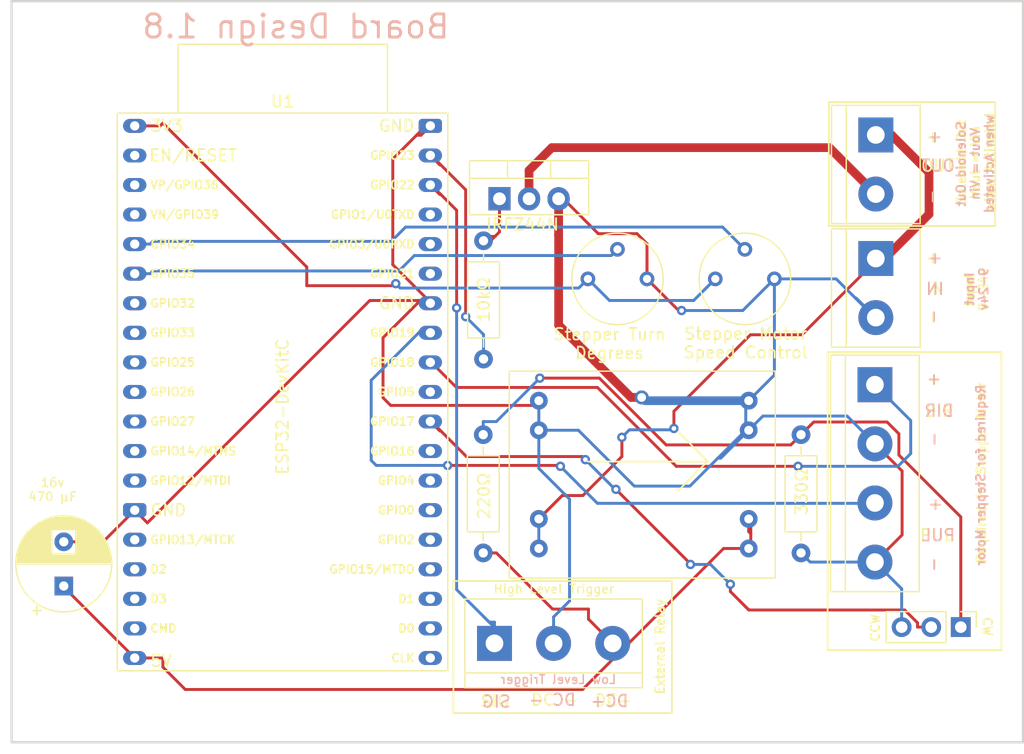
<source format=kicad_pcb>
(kicad_pcb (version 20211014) (generator pcbnew)
  (layers (0 "F.Cu" signal) (31 "B.Cu" signal) (34 "B.Paste" user) (35 "F.Paste" user) (36 "B.SilkS" user "B.Silkscreen") (37 "F.SilkS" user "F.Silkscreen") (38 "B.Mask" user) (39 "F.Mask" user) (44 "Edge.Cuts" user))
  (net 0 "")
  (net 1 "VCC")
  (net 2 "GND")
  (net 3 "DIR")
  (net 4 "PUL")
  (net 5 "+5V")
  (net 6 "Net-(Q1-Pad1)")
  (net 7 "MOSFET_GND")
  (net 8 "SPEED_POT")
  (net 12 "ANGLE_POT")
  (net 31 "Net-(SW1-Pad2)")
  (net 36 "lowActivationPin")
  (net 38 "+3V3")
  (net 39 "highActivationPin")
  (net 40 "Net-(R3-Pad2)")
  (footprint "Capacitor_THT:CP_Radial_D8.0mm_P3.80mm" (layer "F.Cu") (at 63.881 100.7357 90)
    (fp_text reference "C1" hide)
    (fp_text value "C_Polarized_Small_US")
    (pad "1" thru_hole rect (at 0 0 90) (size 1.6 1.6) (drill 0.8) (layers *.Cu *.Mask) (net 5 "+5V"))
    (pad "2" thru_hole circle (at 3.8 0 90) (size 1.6 1.6) (drill 0.8) (layers *.Cu *.Mask) (net 2 "GND"))
  )
  (footprint "TerminalBlock:TerminalBlock_bornier-3_P5.08mm" (layer "F.Cu") (at 100.8888 105.664)
    (fp_text reference "J5" hide)
    (fp_text value "Screw_Terminal_01x03")
    (pad "1" thru_hole rect (at 0 0) (size 3 3) (drill 1.52) (layers *.Cu *.Mask) (net 36 "lowActivationPin"))
    (pad "2" thru_hole circle (at 5.08 0) (size 3 3) (drill 1.52) (layers *.Cu *.Mask) (net 2 "GND"))
    (pad "3" thru_hole circle (at 10.16 0) (size 3 3) (drill 1.52) (layers *.Cu *.Mask) (net 5 "+5V"))
  )
  (footprint "Package_TO_SOT_THT:TO-220-3_Vertical" (layer "F.Cu") (at 101.3206 67.4624)
    (fp_text reference "Q1" hide)
    (fp_text value "IRFZ44N" (at 1.9812 2.2046) (layer "F.SilkS"))
    (pad "1" thru_hole rect (at 0 0) (size 1.905 2) (drill 1.1) (layers *.Cu *.Mask) (net 6 "Net-(Q1-Pad1)"))
    (pad "2" thru_hole oval (at 2.54 0) (size 1.905 2) (drill 1.1) (layers *.Cu *.Mask) (net 7 "MOSFET_GND"))
    (pad "3" thru_hole oval (at 5.08 0) (size 1.905 2) (drill 1.1) (layers *.Cu *.Mask) (net 2 "GND"))
  )
  (footprint "Converter_DCDC:DCDC_Generic-5v" (layer "F.Cu") (at 114.8588 92.4306)
    (fp_text reference "U2" hide)
    (fp_text value "Generic_5v_Module")
    (pad "1" thru_hole circle (at -10.16 -5.08) (size 1.524 1.524) (drill 0.762) (layers *.Cu *.Mask) (net 2 "GND"))
    (pad "1" thru_hole circle (at -10.16 -7.62) (size 1.524 1.524) (drill 0.762) (layers *.Cu *.Mask) (net 2 "GND"))
    (pad "2" thru_hole circle (at -10.16 2.54) (size 1.524 1.524) (drill 0.762) (layers *.Cu *.Mask) (net 1 "VCC"))
    (pad "2" thru_hole circle (at -10.16 5.08) (size 1.524 1.524) (drill 0.762) (layers *.Cu *.Mask) (net 1 "VCC"))
    (pad "3" thru_hole circle (at 7.874 -7.62) (size 1.524 1.524) (drill 0.762) (layers *.Cu *.Mask) (net 2 "GND"))
    (pad "3" thru_hole circle (at 7.874 -5.08) (size 1.524 1.524) (drill 0.762) (layers *.Cu *.Mask) (net 2 "GND"))
    (pad "4" thru_hole circle (at 7.874 2.54) (size 1.524 1.524) (drill 0.762) (layers *.Cu *.Mask) (net 5 "+5V"))
    (pad "4" thru_hole circle (at 7.874 5.08) (size 1.524 1.524) (drill 0.762) (layers *.Cu *.Mask) (net 5 "+5V"))
  )
  (footprint "TerminalBlock:TerminalBlock_bornier-2_P5.08mm" (layer "F.Cu") (at 133.6548 72.5932 -90)
    (fp_text reference "J2" hide)
    (fp_text value "Screw_Terminal_01x02" hide)
    (pad "1" thru_hole rect (at 0 0 270) (size 3 3) (drill 1.52) (layers *.Cu *.Mask) (net 1 "VCC"))
    (pad "2" thru_hole circle (at 5.08 0 270) (size 3 3) (drill 1.52) (layers *.Cu *.Mask) (net 2 "GND"))
  )
  (footprint "MountingHole:MountingHole_3.2mm_M3" (layer "F.Cu") (at 63.5508 54.9656)
    (fp_text reference "H2" hide)
    (fp_text value "MountingHole")
    (pad "" np_thru_hole circle (at 0 0) (size 3.2 3.2) (drill 3.2) (layers *.Cu *.Mask))
  )
  (footprint "Resistor_THT:R_Axial_DIN0207_L6.3mm_D2.5mm_P10.16mm_Horizontal" (layer "F.Cu") (at 127.2286 87.7316 -90)
    (fp_text reference "R4" hide)
    (fp_text value "330Ω" (at 4.9022 -0.0508 90) (layer "F.SilkS"))
    (pad "1" thru_hole circle (at 0 0 270) (size 1.6 1.6) (drill 0.8) (layers *.Cu *.Mask) (net 40 "Net-(R3-Pad2)"))
    (pad "2" thru_hole oval (at 10.16 0 270) (size 1.6 1.6) (drill 0.8) (layers *.Cu *.Mask) (net 2 "GND"))
  )
  (footprint "TerminalBlock:TerminalBlock_bornier-4_P5.08mm" (layer "F.Cu") (at 133.5786 83.439 -90)
    (fp_text reference "J3" hide)
    (fp_text value "Screw_Terminal_01x04")
    (pad "1" thru_hole rect (at 0 0 270) (size 3 3) (drill 1.52) (layers *.Cu *.Mask) (net 3 "DIR"))
    (pad "2" thru_hole circle (at 5.08 0 270) (size 3 3) (drill 1.52) (layers *.Cu *.Mask) (net 2 "GND"))
    (pad "3" thru_hole circle (at 10.16 0 270) (size 3 3) (drill 1.52) (layers *.Cu *.Mask) (net 4 "PUL"))
    (pad "4" thru_hole circle (at 15.24 0 270) (size 3 3) (drill 1.52) (layers *.Cu *.Mask) (net 2 "GND"))
  )
  (footprint "MountingHole:MountingHole_3.2mm_M3" (layer "F.Cu") (at 139.6492 110.0328)
    (fp_text reference "H1" hide)
    (fp_text value "MountingHole")
    (pad "" np_thru_hole circle (at 0 0) (size 3.2 3.2) (drill 3.2) (layers *.Cu *.Mask))
  )
  (footprint "Potentiometer_THT:Potentiometer_Bourns_3339P_Vertical" (layer "F.Cu") (at 108.9152 74.3458 -90)
    (fp_text reference "RV2" hide)
    (fp_text value "R_Potentiometer_Trim_US")
    (pad "1" thru_hole circle (at 0 0 270) (size 1.26 1.26) (drill 0.7) (layers *.Cu *.Mask) (net 38 "+3V3"))
    (pad "2" thru_hole circle (at -2.54 -2.54 270) (size 1.26 1.26) (drill 0.7) (layers *.Cu *.Mask) (net 12 "ANGLE_POT"))
    (pad "3" thru_hole circle (at 0 -5.08 270) (size 1.26 1.26) (drill 0.7) (layers *.Cu *.Mask) (net 2 "GND"))
  )
  (footprint "Potentiometer_THT:Potentiometer_Bourns_3339P_Vertical" (layer "F.Cu") (at 119.8626 74.3458 -90)
    (fp_text reference "RV1" hide)
    (fp_text value "R_Potentiometer_Trim_US" hide)
    (pad "1" thru_hole circle (at 0 0 270) (size 1.26 1.26) (drill 0.7) (layers *.Cu *.Mask) (net 38 "+3V3"))
    (pad "2" thru_hole circle (at -2.54 -2.54 270) (size 1.26 1.26) (drill 0.7) (layers *.Cu *.Mask) (net 8 "SPEED_POT"))
    (pad "3" thru_hole circle (at 0 -5.08 270) (size 1.26 1.26) (drill 0.7) (layers *.Cu *.Mask) (net 2 "GND"))
  )
  (footprint "ESP32_modules:ESP32-DevKitC" (layer "F.Cu") (at 69.9733 61.196)
    (fp_text reference "U1" (at 12.70368 -2.09728) (layer "F.SilkS"))
    (fp_text value "ESP32-DevKitC" (at 12.70368 24.13272 90) (layer "F.SilkS"))
    (fp_text user "GPIO32" (at 1.27368 15.24272 unlocked) (layer "F.SilkS") (effects (font (size 0.7 0.7)) (justify left)))
    (fp_text user "GPIO5" (at 24.13368 22.86272 unlocked) (layer "F.SilkS") (effects (font (size 0.7 0.7)) (justify right)))
    (fp_text user "GPIO33" (at 1.27368 17.78272 unlocked) (layer "F.SilkS") (effects (font (size 0.7 0.7)) (justify left)))
    (fp_text user "GPIO25" (at 1.27368 20.32272 unlocked) (layer "F.SilkS") (effects (font (size 0.7 0.7)) (justify left)))
    (fp_text user "5V" (at 1.27 45.974 unlocked) (layer "F.SilkS") (effects (justify left)))
    (fp_text user "D0" (at 24.13368 43.18272 unlocked) (layer "F.SilkS") (effects (font (size 0.7 0.7)) (justify right)))
    (fp_text user "D3" (at 1.27368 40.64272 unlocked) (layer "F.SilkS") (effects (font (size 0.7 0.7)) (justify left)))
    (fp_text user "GPIO0" (at 24.13368 33.02272 unlocked) (layer "F.SilkS") (effects (font (size 0.7 0.7)) (justify right)))
    (fp_text user "VN/GPIO39" (at 1.27368 7.62272 unlocked) (layer "F.SilkS") (effects (font (size 0.7 0.7)) (justify left)))
    (fp_text user "GPIO26" (at 1.27368 22.86272 unlocked) (layer "F.SilkS") (effects (font (size 0.7 0.7)) (justify left)))
    (fp_text user "GPIO12/MTDI" (at 1.27368 30.48272 unlocked) (layer "F.SilkS") (effects (font (size 0.7 0.7)) (justify left)))
    (fp_text user "EN/RESET" (at 8.89 2.54 unlocked) (layer "F.SilkS") (effects (justify right)))
    (fp_text user "GPIO35" (at 1.27368 12.70272 unlocked) (layer "F.SilkS") (effects (font (size 0.7 0.7)) (justify left)))
    (fp_text user "VP/GPIO36" (at 1.27368 5.08272 unlocked) (layer "F.SilkS") (effects (font (size 0.7 0.7)) (justify left)))
    (fp_text user "GND" (at 1.27368 33.02272 unlocked) (layer "F.SilkS") (effects (justify left)))
    (fp_text user "GPIO27" (at 1.27368 25.40272 unlocked) (layer "F.SilkS") (effects (font (size 0.7 0.7)) (justify left)))
    (fp_text user "3V3" (at 1.27368 0.00272 unlocked) (layer "F.SilkS") (effects (justify left)))
    (fp_text user "GPIO3/U0RXD" (at 24.13368 10.16272 unlocked) (layer "F.SilkS") (effects (font (size 0.7 0.7)) (justify right)))
    (fp_text user "GND" (at 24.13368 15.24272 unlocked) (layer "F.SilkS") (effects (justify right)))
    (fp_text user "CMD" (at 1.27368 43.18272 unlocked) (layer "F.SilkS") (effects (font (size 0.7 0.7)) (justify left)))
    (fp_text user "GPIO16" (at 24.13368 27.94272 unlocked) (layer "F.SilkS") (effects (font (size 0.7 0.7)) (justify right)))
    (fp_text user "GPIO23" (at 24.13368 2.54272 unlocked) (layer "F.SilkS") (effects (font (size 0.7 0.7)) (justify right)))
    (fp_text user "GPIO17" (at 24.13368 25.40272 unlocked) (layer "F.SilkS") (effects (font (size 0.7 0.7)) (justify right)))
    (fp_text user "GPIO34" (at 1.27368 10.16272 unlocked) (layer "F.SilkS") (effects (font (size 0.7 0.7)) (justify left)))
    (fp_text user "CLK" (at 24.13368 45.72272 unlocked) (layer "F.SilkS") (effects (font (size 0.7 0.7)) (justify right)))
    (fp_text user "GPIO13/MTCK" (at 1.27368 35.56272 unlocked) (layer "F.SilkS") (effects (font (size 0.7 0.7)) (justify left)))
    (fp_text user "GPIO18" (at 24.13368 20.32272 unlocked) (layer "F.SilkS") (effects (font (size 0.7 0.7)) (justify right)))
    (fp_text user "GPIO19" (at 24.13368 17.78272 unlocked) (layer "F.SilkS") (effects (font (size 0.7 0.7)) (justify right)))
    (fp_text user "GPIO22" (at 24.13368 5.08272 unlocked) (layer "F.SilkS") (effects (font (size 0.7 0.7)) (justify right)))
    (fp_text user "GPIO15/MTDO" (at 24.13368 38.10272 unlocked) (layer "F.SilkS") (effects (font (size 0.7 0.7)) (justify right)))
    (fp_text user "GPIO14/MTMS" (at 1.27368 27.94272 unlocked) (layer "F.SilkS") (effects (font (size 0.7 0.7)) (justify left)))
    (fp_text user "GPIO4" (at 24.13368 30.48272 unlocked) (layer "F.SilkS") (effects (font (size 0.7 0.7)) (justify right)))
    (fp_text user "GPIO21" (at 24.13368 12.70272 unlocked) (layer "F.SilkS") (effects (font (size 0.7 0.7)) (justify right)))
    (fp_text user "GPIO1/U0TXD" (at 24.13368 7.62272 unlocked) (layer "F.SilkS") (effects (font (size 0.7 0.7)) (justify right)))
    (fp_text user "D1" (at 24.13368 40.64272 unlocked) (layer "F.SilkS") (effects (font (size 0.7 0.7)) (justify right)))
    (fp_text user "D2" (at 1.27368 38.10272 unlocked) (layer "F.SilkS") (effects (font (size 0.7 0.7)) (justify left)))
    (fp_text user "GND" (at 24.13368 0.00272 unlocked) (layer "F.SilkS") (effects (justify right)))
    (fp_text user "GPIO2" (at 24.13368 35.56272 unlocked) (layer "F.SilkS") (effects (font (size 0.7 0.7)) (justify right)))
    (pad "1" thru_hole oval (at 0.00368 0.00272 270) (size 1.2 2) (drill 0.8) (layers *.Cu *.Mask) (net 38 "+3V3"))
    (pad "2" thru_hole oval (at 0.00368 2.54272 270) (size 1.2 2) (drill 0.8) (layers *.Cu *.Mask))
    (pad "3" thru_hole oval (at 0.00368 5.08272 270) (size 1.2 2) (drill 0.8) (layers *.Cu *.Mask))
    (pad "4" thru_hole oval (at 0.00368 7.62272 270) (size 1.2 2) (drill 0.8) (layers *.Cu *.Mask))
    (pad "5" thru_hole oval (at 0.00368 10.16272 270) (size 1.2 2) (drill 0.8) (layers *.Cu *.Mask) (net 8 "SPEED_POT"))
    (pad "6" thru_hole oval (at 0.00368 12.70272 270) (size 1.2 2) (drill 0.8) (layers *.Cu *.Mask) (net 12 "ANGLE_POT"))
    (pad "7" thru_hole oval (at 0.00368 15.24272 270) (size 1.2 2) (drill 0.8) (layers *.Cu *.Mask))
    (pad "8" thru_hole oval (at 0.00368 17.78272 270) (size 1.2 2) (drill 0.8) (layers *.Cu *.Mask))
    (pad "9" thru_hole oval (at 0.00368 20.32272 270) (size 1.2 2) (drill 0.8) (layers *.Cu *.Mask))
    (pad "10" thru_hole oval (at 0.00368 22.86272 270) (size 1.2 2) (drill 0.8) (layers *.Cu *.Mask))
    (pad "11" thru_hole oval (at 0.00368 25.40272 270) (size 1.2 2) (drill 0.8) (layers *.Cu *.Mask))
    (pad "12" thru_hole oval (at 0.00368 27.94272 270) (size 1.2 2) (drill 0.8) (layers *.Cu *.Mask))
    (pad "13" thru_hole oval (at 0.00368 30.48272 270) (size 1.2 2) (drill 0.8) (layers *.Cu *.Mask))
    (pad "14" thru_hole roundrect (at 0.00368 33.02272 270) (size 1.2 2) (drill 0.8) (layers *.Cu *.Mask) (net 2 "GND"))
    (pad "15" thru_hole oval (at 0.00368 35.56272 270) (size 1.2 2) (drill 0.8) (layers *.Cu *.Mask))
    (pad "16" thru_hole oval (at 0.00368 38.10272 270) (size 1.2 2) (drill 0.8) (layers *.Cu *.Mask))
    (pad "17" thru_hole oval (at 0.00368 40.64272 270) (size 1.2 2) (drill 0.8) (layers *.Cu *.Mask))
    (pad "18" thru_hole oval (at 0.00368 43.18272 270) (size 1.2 2) (drill 0.8) (layers *.Cu *.Mask))
    (pad "19" thru_hole oval (at 0.00368 45.72272 270) (size 1.2 2) (drill 0.8) (layers *.Cu *.Mask) (net 5 "+5V"))
    (pad "20" thru_hole oval (at 25.4 45.72 270) (size 1.2 2) (drill 0.8) (layers *.Cu *.Mask))
    (pad "21" thru_hole oval (at 25.4 43.18 270) (size 1.2 2) (drill 0.8) (layers *.Cu *.Mask))
    (pad "22" thru_hole oval (at 25.40368 40.64272 270) (size 1.2 2) (drill 0.8) (layers *.Cu *.Mask))
    (pad "23" thru_hole oval (at 25.40368 38.10272 270) (size 1.2 2) (drill 0.8) (layers *.Cu *.Mask))
    (pad "24" thru_hole oval (at 25.40368 35.56272 270) (size 1.2 2) (drill 0.8) (layers *.Cu *.Mask))
    (pad "25" thru_hole oval (at 25.40368 33.02272 270) (size 1.2 2) (drill 0.8) (layers *.Cu *.Mask))
    (pad "26" thru_hole oval (at 25.40368 30.48272 270) (size 1.2 2) (drill 0.8) (layers *.Cu *.Mask))
    (pad "27" thru_hole oval (at 25.40368 27.94272 270) (size 1.2 2) (drill 0.8) (layers *.Cu *.Mask))
    (pad "28" thru_hole oval (at 25.40368 25.40272 270) (size 1.2 2) (drill 0.8) (layers *.Cu *.Mask) (net 31 "Net-(SW1-Pad2)"))
    (pad "29" thru_hole oval (at 25.40368 22.86272 270) (size 1.2 2) (drill 0.8) (layers *.Cu *.Mask))
    (pad "30" thru_hole oval (at 25.40368 20.32272 270) (size 1.2 2) (drill 0.8) (layers *.Cu *.Mask) (net 3 "DIR"))
    (pad "31" thru_hole oval (at 25.40368 17.78272 270) (size 1.2 2) (drill 0.8) (layers *.Cu *.Mask) (net 4 "PUL"))
    (pad "32" thru_hole oval (at 25.40368 15.24272 270) (size 1.2 2) (drill 0.8) (layers *.Cu *.Mask) (net 2 "GND"))
    (pad "33" thru_hole oval (at 25.40368 12.70272 270) (size 1.2 2) (drill 0.8) (layers *.Cu *.Mask))
    (pad "34" thru_hole oval (at 25.40368 10.16272 270) (size 1.2 2) (drill 0.8) (layers *.Cu *.Mask))
    (pad "35" thru_hole oval (at 25.40368 7.62272 270) (size 1.2 2) (drill 0.8) (layers *.Cu *.Mask))
    (pad "36" thru_hole oval (at 25.40368 5.08272 270) (size 1.2 2) (drill 0.8) (layers *.Cu *.Mask) (net 36 "lowActivationPin"))
    (pad "37" thru_hole oval (at 25.40368 2.54272 270) (size 1.2 2) (drill 0.8) (layers *.Cu *.Mask) (net 39 "highActivationPin"))
    (pad "38" thru_hole roundrect (at 25.40368 0.00272 270) (size 1.2 2) (drill 0.8) (layers *.Cu *.Mask) (net 2 "GND"))
  )
  (footprint "Resistor_THT:R_Axial_DIN0207_L6.3mm_D2.5mm_P10.16mm_Horizontal" (layer "F.Cu") (at 99.949 81.2292 90)
    (fp_text reference "R1" hide)
    (fp_text value "10kΩ" (at 5.1054 0.0254 90) (layer "F.SilkS"))
    (pad "1" thru_hole circle (at 0 0 90) (size 1.6 1.6) (drill 0.8) (layers *.Cu *.Mask) (net 39 "highActivationPin"))
    (pad "2" thru_hole oval (at 10.16 0 90) (size 1.6 1.6) (drill 0.8) (layers *.Cu *.Mask) (net 6 "Net-(Q1-Pad1)"))
  )
  (footprint "Resistor_THT:R_Axial_DIN0207_L6.3mm_D2.5mm_P10.16mm_Horizontal" (layer "F.Cu") (at 99.9236 97.8916 90)
    (fp_text reference "R3" hide)
    (fp_text value "220Ω" (at 4.9022 0.0762 90) (layer "F.SilkS"))
    (pad "1" thru_hole circle (at 0 0 90) (size 1.6 1.6) (drill 0.8) (layers *.Cu *.Mask) (net 5 "+5V"))
    (pad "2" thru_hole oval (at 10.16 0 90) (size 1.6 1.6) (drill 0.8) (layers *.Cu *.Mask) (net 40 "Net-(R3-Pad2)"))
  )
  (footprint "TerminalBlock:TerminalBlock_bornier-2_P5.08mm" (layer "F.Cu") (at 133.6548 61.976 -90)
    (fp_text reference "J1" hide)
    (fp_text value "Screw_Terminal_01x02" hide)
    (pad "1" thru_hole rect (at 0 0 270) (size 3 3) (drill 1.52) (layers *.Cu *.Mask) (net 1 "VCC"))
    (pad "2" thru_hole circle (at 5.08 0 270) (size 3 3) (drill 1.52) (layers *.Cu *.Mask) (net 7 "MOSFET_GND"))
  )
  (footprint "MountingHole:MountingHole_3.2mm_M3" (layer "F.Cu") (at 63.5762 110.1344)
    (fp_text reference "H3" hide)
    (fp_text value "MountingHole")
    (pad "" np_thru_hole circle (at 0 0) (size 3.2 3.2) (drill 3.2) (layers *.Cu *.Mask))
  )
  (footprint "MountingHole:MountingHole_3.2mm_M3" (layer "F.Cu") (at 139.8778 54.991)
    (fp_text reference "H4" hide)
    (fp_text value "MountingHole")
    (pad "" np_thru_hole circle (at 0 0) (size 3.2 3.2) (drill 3.2) (layers *.Cu *.Mask))
  )
  (footprint "Connector_PinHeader_2.54mm:PinHeader_1x03_P2.54mm_Vertical" (layer "F.Cu") (at 140.955 104.267 -90)
    (fp_text reference "SW1" hide)
    (fp_text value "SW_DPDT_x2")
    (pad "1" thru_hole rect (at 0 0 270) (size 1.7 1.7) (drill 1) (layers *.Cu *.Mask) (net 40 "Net-(R3-Pad2)"))
    (pad "2" thru_hole oval (at 0 2.54 270) (size 1.7 1.7) (drill 1) (layers *.Cu *.Mask) (net 31 "Net-(SW1-Pad2)"))
    (pad "3" thru_hole oval (at 0 5.08 270) (size 1.7 1.7) (drill 1) (layers *.Cu *.Mask) (net 2 "GND"))
  )
  (gr_line (start 116.6622 87.4776) (end 119.2022 90.0176) (layer "F.SilkS") (width 0.15))
  (gr_line (start 108.9152 90.043) (end 119.0752 90.043) (layer "F.SilkS") (width 0.15))
  (gr_rect (start 129.5146 80.645) (end 144.4498 106.2482) (layer "F.SilkS") (width 0.15) (fill none))
  (gr_rect (start 97.3582 100.3046) (end 116.1288 111.6584) (layer "F.SilkS") (width 0.15) (fill none))
  (gr_line (start 119.2022 90.0176) (end 116.6622 92.5576) (layer "F.SilkS") (width 0.15))
  (gr_rect (start 129.6162 59.1566) (end 143.9164 69.7992) (layer "F.SilkS") (width 0.15) (fill none))
  (gr_rect (start 59.397 50.4825) (end 146.304 114.1603) (layer "Edge.Cuts") (width 0.2) (fill none))
  (gr_text "Low Level Trigger" (at 106.3752 108.7628) (layer "B.SilkS") (effects (font (size 0.75 0.75) (thickness 0.125)) (justify mirror)))
  (gr_text "-" (at 138.6078 98.8822 90) (layer "B.SilkS") (effects (font (size 1 1))))
  (gr_text "Board Design 1.8\n\n\n" (at 83.82 55.88) (layer "B.SilkS") (effects (font (size 2 2) (thickness 0.25)) (justify mirror)))
  (gr_text "-" (at 138.6586 67.2846 -90) (layer "B.SilkS") (effects (font (size 1 1)) (justify mirror)))
  (gr_text "OUT" (at 139.0142 64.6176) (layer "B.SilkS") (effects (font (size 1 1)) (justify mirror)))
  (gr_text "Solenoid Out\nVout = Vin\nwhen Activated" (at 142.1892 64.4652 90) (layer "B.SilkS") (effects (font (size 0.75 0.75)) (justify mirror)))
  (gr_text "PUL\n" (at 139.0396 96.3676) (layer "B.SilkS") (effects (font (size 1 1)) (justify mirror)))
  (gr_text "+" (at 138.8364 72.5932 -90) (layer "B.SilkS") (effects (font (size 1 1))))
  (gr_text "IN" (at 138.7348 75.2094) (layer "B.SilkS") (effects (font (size 1 1)) (justify mirror)))
  (gr_text "DIR" (at 139.0904 85.6742) (layer "B.SilkS") (effects (font (size 1 1)) (justify mirror)))
  (gr_text "+" (at 138.7094 93.7514 90) (layer "B.SilkS") (effects (font (size 1 1))))
  (gr_text "Required for Stepper Motor" (at 142.6718 91.2114 90) (layer "B.SilkS") (effects (font (size 0.75 0.75)) (justify mirror)))
  (gr_text "+" (at 138.5824 82.9818 90) (layer "B.SilkS") (effects (font (size 1 1))))
  (gr_text "SIG" (at 101.0666 110.6678) (layer "B.SilkS") (effects (font (size 1 1)) (justify mirror)))
  (gr_text "DC -\n" (at 105.8672 110.5154) (layer "B.SilkS") (effects (font (size 1 1)) (justify mirror)))
  (gr_text "DC+\n" (at 110.7694 110.617) (layer "B.SilkS") (effects (font (size 1 1)) (justify mirror)))
  (gr_text "-" (at 138.7348 77.597 -90) (layer "B.SilkS") (effects (font (size 1 1))))
  (gr_text "-" (at 138.6332 88.138 90) (layer "B.SilkS") (effects (font (size 1 1))))
  (gr_text "+" (at 138.811 62.1792 -90) (layer "B.SilkS") (effects (font (size 1 1))))
  (gr_text "Input\n9-24v" (at 142.3162 75.2094 90) (layer "B.SilkS") (effects (font (size 0.75 0.75)) (justify mirror)))
  (gr_text "DIR" (at 139.1158 85.678049) (layer "F.SilkS") (effects (font (size 1 1))))
  (gr_text "-" (at 138.5951 88.116449 90) (layer "F.SilkS") (effects (font (size 1 1))))
  (gr_text "OUT" (at 138.9888 64.6176) (layer "F.SilkS") (effects (font (size 1 1))))
  (gr_text "16v\n470 µF" (at 62.9158 92.456) (layer "F.SilkS") (effects (font (size 0.75 0.75) (thickness 0.125))))
  (gr_text "IN" (at 138.7475 75.184) (layer "F.SilkS") (effects (font (size 1 1))))
  (gr_text "Input\n9-24v" (at 142.2908 75.2856 90) (layer "F.SilkS") (effects (font (size 0.75 0.75))))
  (gr_text "External Relay" (at 115.1128 105.9434 90) (layer "F.SilkS") (effects (font (size 0.75 0.75))))
  (gr_text "-" (at 138.5824 98.9076 90) (layer "F.SilkS") (effects (font (size 1 1))))
  (gr_text "+" (at 138.6586 62.2046 -90) (layer "F.SilkS") (effects (font (size 1 1))))
  (gr_text "Stepper Turn\nDegrees" (at 110.7694 79.9084) (layer "F.SilkS") (effects (font (size 1 1))))
  (gr_text "-" (at 138.6586 77.6732 -90) (layer "F.SilkS") (effects (font (size 1 1))))
  (gr_text "Solenoid Out\nVout = Vin\nwhen Activated" (at 142.2146 64.3128 90) (layer "F.SilkS") (effects (font (size 0.75 0.75))))
  (gr_text "+" (at 138.701879 93.729849 90) (layer "F.SilkS") (effects (font (size 1 1))))
  (gr_text "SIG" (at 100.9142 110.617) (layer "F.SilkS") (effects (font (size 1 1))))
  (gr_text "DC -\n" (at 106.045 110.5154) (layer "F.SilkS") (effects (font (size 1 1))))
  (gr_text "Stepper Motor\nSpeed Control" (at 122.4788 79.8576) (layer "F.SilkS") (effects (font (size 1 1))))
  (gr_text "DC+\n" (at 111.125 110.5662) (layer "F.SilkS") (effects (font (size 1 1))))
  (gr_text "Required for Stepper Motor" (at 142.7226 90.9828 90) (layer "F.SilkS") (effects (font (size 0.75 0.75))))
  (gr_text "PUL\n" (at 138.8872 96.371449) (layer "F.SilkS") (effects (font (size 1 1))))
  (gr_text "CCW" (at 133.604 104.3178 90) (layer "F.SilkS") (effects (font (size 0.75 0.75))))
  (gr_text "CW" (at 143.2306 104.2162 -90) (layer "F.SilkS") (effects (font (size 0.75 0.75))))
  (gr_text "+" (at 138.5951 83.036449 90) (layer "F.SilkS") (effects (font (size 1 1))))
  (gr_text "-" (at 138.6205 67.2973 -90) (layer "F.SilkS") (effects (font (size 1 1))))
  (gr_text "+" (at 138.6586 72.5932 -90) (layer "F.SilkS") (effects (font (size 1 1))))
  (gr_text "High Level Trigger" (at 105.9942 100.9904) (layer "F.SilkS") (effects (font (size 0.75 0.75) (thickness 0.125))))
  (segment (start 133.655 61.976) (end 135.001 61.976) (width 0.75) (layer "F.Cu") (net 1))
  (segment (start 138.227 68.7832) (end 134.417 72.5932) (width 0.75) (layer "F.Cu") (net 1))
  (segment (start 122.885 79.1464) (end 116.307 85.725) (width 0.25) (layer "F.Cu") (net 1))
  (segment (start 138.227 65.2018) (end 138.227 68.7832) (width 0.75) (layer "F.Cu") (net 1))
  (segment (start 135.001 61.976) (end 138.227 65.2018) (width 0.75) (layer "F.Cu") (net 1))
  (segment (start 111.836 89.6114) (end 108.487 92.96) (width 0.25) (layer "F.Cu") (net 1))
  (segment (start 106.709 92.96) (end 104.699 94.9706) (width 0.25) (layer "F.Cu") (net 1))
  (segment (start 127.305 79.1464) (end 122.885 79.1464) (width 0.25) (layer "F.Cu") (net 1))
  (segment (start 133.223 73.2282) (end 127.305 79.1464) (width 0.25) (layer "F.Cu") (net 1))
  (segment (start 116.307 85.725) (end 116.307 87.1982) (width 0.25) (layer "F.Cu") (net 1))
  (segment (start 106.71 92.96) (end 106.709 92.96) (width 0.25) (layer "F.Cu") (net 1))
  (segment (start 111.836 87.9602) (end 111.836 89.6114) (width 0.25) (layer "F.Cu") (net 1))
  (segment (start 104.699 94.9706) (end 106.71 92.96) (width 0.25) (layer "F.Cu") (net 1))
  (segment (start 108.487 92.96) (end 106.71 92.96) (width 0.25) (layer "F.Cu") (net 1))
  (via (at 116.307 87.1982) (size 0.8) (drill 0.4) (layers "F.Cu" "B.Cu") (net 1))
  (via (at 111.836 87.9602) (size 0.8) (drill 0.4) (layers "F.Cu" "B.Cu") (net 1))
  (segment (start 104.699 96.8411) (end 104.699 96.8409) (width 0.25) (layer "B.Cu") (net 1))
  (segment (start 116.192 87.3127) (end 116.307 87.1982) (width 0.25) (layer "B.Cu") (net 1))
  (segment (start 111.836 87.9602) (end 112.484 87.3127) (width 0.25) (layer "B.Cu") (net 1))
  (segment (start 112.484 87.3127) (end 116.192 87.3127) (width 0.25) (layer "B.Cu") (net 1))
  (segment (start 104.699 97.2726) (end 104.699 96.8411) (width 0.25) (layer "B.Cu") (net 1))
  (segment (start 104.699 96.8409) (end 104.699 94.9708) (width 0.25) (layer "B.Cu") (net 1))
  (segment (start 67.26 96.9357) (end 63.881 96.9357) (width 0.25) (layer "F.Cu") (net 2))
  (segment (start 106.807 67.4624) (end 109.804 70.4596) (width 0.25) (layer "F.Cu") (net 2))
  (segment (start 116.713 77.0636) (end 116.967 77.0636) (width 0.25) (layer "F.Cu") (net 2))
  (segment (start 106.401 70.5391) (end 106.401 70.5387) (width 0.25) (layer "F.Cu") (net 2))
  (segment (start 133.5788 98.679) (end 134.747 97.5108) (width 0.25) (layer "F.Cu") (net 2))
  (segment (start 90.1754 76.2027) (end 94.5107 76.2027) (width 0.25) (layer "F.Cu") (net 2))
  (segment (start 106.401 67.4624) (end 106.401 69.0005) (width 0.75) (layer "F.Cu") (net 2))
  (segment (start 112.624 84.5312) (end 113.538 84.5312) (width 0.75) (layer "F.Cu") (net 2))
  (segment (start 113.995 72.8327) (end 113.995 74.3429) (width 0.25) (layer "F.Cu") (net 2))
  (segment (start 94.192 62.0007) (end 92.1512 64.0415) (width 0.25) (layer "F.Cu") (net 2))
  (segment (start 113.132 70.4596) (end 113.995 71.3226) (width 0.25) (layer "F.Cu") (net 2))
  (segment (start 91.9734 85.217) (end 91.313 84.5566) (width 0.25) (layer "F.Cu") (net 2))
  (segment (start 106.401 69.0005) (end 106.401 67.4624) (width 0.25) (layer "F.Cu") (net 2))
  (segment (start 106.401 70.5387) (end 106.401 69.0005) (width 0.25) (layer "F.Cu") (net 2))
  (segment (start 106.401 69.0005) (end 106.401 70.5387) (width 0.75) (layer "F.Cu") (net 2))
  (segment (start 95.23 60.9627) (end 94.192 62.0007) (width 0.25) (layer "F.Cu") (net 2))
  (segment (start 106.401 78.3082) (end 112.624 84.5312) (width 0.75) (layer "F.Cu") (net 2))
  (segment (start 94.192 62.0007) (end 94.575 62.0007) (width 0.25) (layer "F.Cu") (net 2))
  (segment (start 92.1512 64.0415) (end 92.1512 73.1239) (width 0.25) (layer "F.Cu") (net 2))
  (segment (start 106.401 70.5387) (end 106.401 70.5391) (width 0.75) (layer "F.Cu") (net 2))
  (segment (start 91.313 84.5566) (end 91.313 79.4004) (width 0.25) (layer "F.Cu") (net 2))
  (segment (start 106.401 70.5391) (end 106.401 78.3082) (width 0.75) (layer "F.Cu") (net 2))
  (segment (start 133.579 88.519) (end 135.915 90.8554) (width 0.25) (layer "F.Cu") (net 2))
  (segment (start 135.915 96.3426) (end 134.747 97.5108) (width 0.25) (layer "F.Cu") (net 2))
  (segment (start 91.313 79.4004) (end 94.5107 76.2027) (width 0.25) (layer "F.Cu") (net 2))
  (segment (start 104.2928 85.217) (end 91.9734 85.217) (width 0.25) (layer "F.Cu") (net 2))
  (segment (start 69.977 94.2187) (end 71.0682 95.3099) (width 0.25) (layer "F.Cu") (net 2))
  (segment (start 113.995 71.3226) (end 113.995 72.8327) (width 0.25) (layer "F.Cu") (net 2))
  (segment (start 113.995 72.8327) (end 113.9952 72.8329) (width 0.25) (layer "F.Cu") (net 2))
  (segment (start 92.1512 73.1239) (end 95.23 76.2027) (width 0.25) (layer "F.Cu") (net 2))
  (segment (start 135.915 90.8554) (end 135.915 96.3426) (width 0.25) (layer "F.Cu") (net 2))
  (segment (start 94.575 62.0007) (end 95.377 61.1987) (width 0.25) (layer "F.Cu") (net 2))
  (segment (start 109.804 70.4596) (end 113.132 70.4596) (width 0.25) (layer "F.Cu") (net 2))
  (segment (start 69.97698 94.21872) (end 67.26 96.9357) (width 0.25) (layer "F.Cu") (net 2))
  (segment (start 113.995 74.3458) (end 116.713 77.0636) (width 0.25) (layer "F.Cu") (net 2))
  (segment (start 95.23 76.2027) (end 94.5107 76.2027) (width 0.25) (layer "F.Cu") (net 2))
  (segment (start 104.496 85.0138) (end 104.2928 85.217) (width 0.25) (layer "F.Cu") (net 2))
  (segment (start 71.0682 95.3099) (end 90.1754 76.2027) (width 0.25) (layer "F.Cu") (net 2))
  (segment (start 113.9952 72.8329) (end 113.9952 74.3458) (width 0.25) (layer "F.Cu") (net 2))
  (via (at 116.967 77.0636) (size 0.8) (drill 0.4) (layers "F.Cu" "B.Cu") (net 2))
  (via (at 113.538 84.5312) (size 1.2) (drill 0.75) (layers "F.Cu" "B.Cu") (net 2))
  (segment (start 120.3325 89.7509) (end 122.7328 87.3506) (width 0.25) (layer "B.Cu") (net 2))
  (segment (start 133.579 77.673) (end 131.915 76.0094) (width 0.25) (layer "B.Cu") (net 2))
  (segment (start 131.192 86.1314) (end 123.952 86.1314) (width 0.25) (layer "B.Cu") (net 2))
  (segment (start 104.699 87.3506) (end 108.102 87.3506) (width 0.25) (layer "B.Cu") (net 2))
  (segment (start 107.34 93.2688) (end 104.699 90.6272) (width 0.25) (layer "B.Cu") (net 2))
  (segment (start 128.016 98.679) (end 127.622 98.2853) (width 0.25) (layer "B.Cu") (net 2))
  (segment (start 108.102 87.3506) (end 112.903 92.1512) (width 0.25) (layer "B.Cu") (net 2))
  (segment (start 105.969 104.101) (end 105.969 104.812) (width 0.25) (layer "B.Cu") (net 2))
  (segment (start 130.251 74.3458) (end 124.943 74.3458) (width 0.25) (layer "B.Cu") (net 2))
  (segment (start 123.952 86.1314) (end 123.3425 86.741) (width 0.25) (layer "B.Cu") (net 2))
  (segment (start 122.225 77.0636) (end 124.943 74.346) (width 0.25) (layer "B.Cu") (net 2))
  (segment (start 105.969 103.39) (end 107.34 102.018) (width 0.25) (layer "B.Cu") (net 2))
  (segment (start 120.0785 89.7509) (end 122.479 87.3506) (width 0.25) (layer "B.Cu") (net 2))
  (segment (start 104.699 85.4456) (end 104.699 87.2857) (width 0.25) (layer "B.Cu") (net 2))
  (segment (start 122.479 87.3506) (end 122.479 84.8866) (width 0.25) (layer "B.Cu") (net 2))
  (segment (start 124.943 82.6004) (end 122.86 84.6836) (width 0.25) (layer "B.Cu") (net 2))
  (segment (start 123.3425 86.741) (end 123.3424 86.741) (width 0.25) (layer "B.Cu") (net 2))
  (segment (start 133.5786 98.679) (end 128.016 98.679) (width 0.25) (layer "B.Cu") (net 2))
  (segment (start 120.0785 89.7509) (end 120.3325 89.7509) (width 0.25) (layer "B.Cu") (net 2))
  (segment (start 131.915 76.0094) (end 130.251 74.3458) (width 0.25) (layer "B.Cu") (net 2))
  (segment (start 123.3424 86.741) (end 122.7328 87.3506) (width 0.25) (layer "B.Cu") (net 2))
  (segment (start 135.875 100.975) (end 133.579 98.679) (width 0.25) (layer "B.Cu") (net 2))
  (segment (start 135.875 104.267) (end 135.875 100.975) (width 0.25) (layer "B.Cu") (net 2))
  (segment (start 112.903 92.1512) (end 117.678 92.1512) (width 0.25) (layer "B.Cu") (net 2))
  (segment (start 107.34 102.018) (end 107.34 93.2688) (width 0.25) (layer "B.Cu") (net 2))
  (segment (start 104.699 90.6272) (end 104.699 87.3507) (width 0.25) (layer "B.Cu") (net 2))
  (segment (start 123.3425 86.741) (end 122.733 87.3506) (width 0.25) (layer "B.Cu") (net 2))
  (segment (start 131.915 76.0094) (end 131.991 76.0094) (width 0.25) (layer "B.Cu") (net 2))
  (segment (start 105.969 104.101) (end 105.969 103.39) (width 0.25) (layer "B.Cu") (net 2))
  (segment (start 116.967 77.0636) (end 122.225 77.0636) (width 0.25) (layer "B.Cu") (net 2))
  (segment (start 131.991 76.0094) (end 132.823 76.8413) (width 0.25) (layer "B.Cu") (net 2))
  (segment (start 124.943 74.346) (end 124.943 82.6004) (width 0.25) (layer "B.Cu") (net 2))
  (segment (start 113.538 84.5312) (end 113.817 84.8106) (width 0.25) (layer "B.Cu") (net 2))
  (segment (start 133.579 88.5187) (end 131.192 86.1314) (width 0.25) (layer "B.Cu") (net 2))
  (segment (start 113.817 84.8106) (end 122.555 84.8106) (width 0.75) (layer "B.Cu") (net 2))
  (segment (start 117.678 92.1512) (end 120.0785 89.7509) (width 0.25) (layer "B.Cu") (net 2))
  (segment (start 109.734 83.6741) (end 116.51 90.4494) (width 0.25) (layer "F.Cu") (net 3))
  (segment (start 95.4215 81.4742) (end 97.6214 83.6741) (width 0.25) (layer "F.Cu") (net 3))
  (segment (start 97.6214 83.6741) (end 109.734 83.6741) (width 0.25) (layer "F.Cu") (net 3))
  (segment (start 116.51 90.4494) (end 126.975 90.4494) (width 0.25) (layer "F.Cu") (net 3))
  (via (at 126.975 90.4494) (size 0.8) (drill 0.4) (layers "F.Cu" "B.Cu") (net 3))
  (segment (start 136.652 89.3572) (end 136.652 86.5124) (width 0.25) (layer "B.Cu") (net 3))
  (segment (start 135.56 90.4494) (end 136.652 89.3572) (width 0.25) (layer "B.Cu") (net 3))
  (segment (start 136.652 86.5124) (end 133.579 83.439) (width 0.25) (layer "B.Cu") (net 3))
  (segment (start 126.975 90.4494) (end 135.56 90.4494) (width 0.25) (layer "B.Cu") (net 3))
  (segment (start 106.477 90.3732) (end 106.553 90.4494) (width 0.25) (layer "F.Cu") (net 4))
  (segment (start 96.8631 90.3732) (end 106.477 90.3732) (width 0.25) (layer "F.Cu") (net 4))
  (via (at 96.8631 90.3732) (size 0.8) (drill 0.4) (layers "F.Cu" "B.Cu") (net 4))
  (via (at 106.553 90.4494) (size 0.8) (drill 0.4) (layers "F.Cu" "B.Cu") (net 4))
  (segment (start 109.734 93.6305) (end 133.547 93.6305) (width 0.25) (layer "B.Cu") (net 4))
  (segment (start 90.297 83.058) (end 90.297 89.9414) (width 0.25) (layer "B.Cu") (net 4))
  (segment (start 106.553 90.4494) (end 109.734 93.6305) (width 0.25) (layer "B.Cu") (net 4))
  (segment (start 90.7288 90.3732) (end 96.8631 90.3732) (width 0.25) (layer "B.Cu") (net 4))
  (segment (start 94.6123 78.7427) (end 94.3763 78.9787) (width 0.25) (layer "B.Cu") (net 4))
  (segment (start 94.3763 78.9787) (end 90.297 83.058) (width 0.25) (layer "B.Cu") (net 4))
  (segment (start 95.377 78.9787) (end 94.3763 78.9787) (width 0.25) (layer "B.Cu") (net 4))
  (segment (start 90.297 89.9414) (end 90.7288 90.3732) (width 0.25) (layer "B.Cu") (net 4))
  (segment (start 69.977 106.9187) (end 72.3953 106.9187) (width 0.25) (layer "F.Cu") (net 5))
  (segment (start 101.055 97.8916) (end 99.9236 97.8916) (width 0.25) (layer "F.Cu") (net 5))
  (segment (start 122.479 97.5106) (end 120.574 97.5106) (width 0.25) (layer "F.Cu") (net 5))
  (segment (start 111.0488 105.6638) (end 108.966 103.581) (width 0.25) (layer "F.Cu") (net 5))
  (segment (start 72.3953 106.9374) (end 72.3953 106.9187) (width 0.25) (layer "F.Cu") (net 5))
  (segment (start 120.574 97.5106) (end 112.42 105.664) (width 0.25) (layer "F.Cu") (net 5))
  (segment (start 108.966 102.718) (end 105.881 102.718) (width 0.25) (layer "F.Cu") (net 5))
  (segment (start 72.3954 106.9375) (end 72.3953 106.9374) (width 0.25) (layer "F.Cu") (net 5))
  (segment (start 122.911 96.2406) (end 122.911 97.0788) (width 0.25) (layer "F.Cu") (net 5))
  (segment (start 74.3204 109.626) (end 72.3954 107.701) (width 0.25) (layer "F.Cu") (net 5))
  (segment (start 108.966 103.581) (end 108.966 102.718) (width 0.25) (layer "F.Cu") (net 5))
  (segment (start 108.458 109.626) (end 74.3204 109.626) (width 0.25) (layer "F.Cu") (net 5))
  (segment (start 122.911 96.2406) (end 122.7328 96.0624) (width 0.25) (layer "F.Cu") (net 5))
  (segment (start 105.881 102.718) (end 101.055 97.8916) (width 0.25) (layer "F.Cu") (net 5))
  (segment (start 111.734 106.35) (end 108.458 109.626) (width 0.25) (layer "F.Cu") (net 5))
  (segment (start 122.911 95.4024) (end 122.911 96.2406) (width 0.25) (layer "F.Cu") (net 5))
  (segment (start 63.881 100.82274) (end 69.97698 106.91872) (width 0.25) (layer "F.Cu") (net 5))
  (segment (start 72.3954 107.701) (end 72.3954 106.9375) (width 0.25) (layer "F.Cu") (net 5))
  (segment (start 63.881 100.7357) (end 63.881 100.82274) (width 0.25) (layer "F.Cu") (net 5))
  (segment (start 122.7328 96.0624) (end 122.7328 94.9706) (width 0.25) (layer "F.Cu") (net 5))
  (segment (start 100.533 71.0946) (end 100.927 70.7009) (width 0.25) (layer "F.Cu") (net 6))
  (segment (start 100.927 70.7009) (end 101.321 70.3072) (width 0.25) (layer "F.Cu") (net 6))
  (segment (start 101.321 70.3072) (end 101.321 69.2404) (width 0.25) (layer "F.Cu") (net 6))
  (segment (start 101.321 69.2404) (end 101.321 68.1736) (width 0.25) (layer "F.Cu") (net 6))
  (segment (start 101.321 69.2404) (end 101.3206 69.24) (width 0.25) (layer "F.Cu") (net 6))
  (segment (start 100.927 70.7009) (end 100.3173 70.7009) (width 0.25) (layer "F.Cu") (net 6))
  (segment (start 101.3206 69.24) (end 101.3206 67.4624) (width 0.25) (layer "F.Cu") (net 6))
  (segment (start 103.861 65.024) (end 105.816 63.0682) (width 0.75) (layer "F.Cu") (net 7))
  (segment (start 129.667 63.0682) (end 133.6549 67.0559) (width 0.75) (layer "F.Cu") (net 7))
  (segment (start 104.369 66.9697) (end 104.369 66.7334) (width 0.25) (layer "F.Cu") (net 7))
  (segment (start 103.861 67.2418) (end 103.861 65.024) (width 0.75) (layer "F.Cu") (net 7))
  (segment (start 105.816 63.0682) (end 129.667 63.0682) (width 0.75) (layer "F.Cu") (net 7))
  (segment (start 104.369 66.7334) (end 103.861 67.2418) (width 0.25) (layer "F.Cu") (net 7))
  (segment (start 120.491489 69.894689) (end 122.0978 71.501) (width 0.25) (layer "B.Cu") (net 8))
  (segment (start 69.977 71.3587) (end 71.3021 71.3587) (width 0.25) (layer "B.Cu") (net 8))
  (segment (start 71.5381 71.1227) (end 92.0215 71.1227) (width 0.25) (layer "B.Cu") (net 8))
  (segment (start 71.3021 71.3587) (end 71.5381 71.1227) (width 0.25) (layer "B.Cu") (net 8))
  (segment (start 92.0215 71.1227) (end 93.249511 69.894689) (width 0.25) (layer "B.Cu") (net 8))
  (segment (start 93.249511 69.894689) (end 120.491489 69.894689) (width 0.25) (layer "B.Cu") (net 8))
  (segment (start 71.5381 73.6627) (end 92.6819 73.6627) (width 0.25) (layer "B.Cu") (net 12))
  (segment (start 94.0054 72.3392) (end 92.6819 73.6627) (width 0.25) (layer "B.Cu") (net 12))
  (segment (start 110.922 72.3392) (end 94.0054 72.3392) (width 0.25) (layer "B.Cu") (net 12))
  (segment (start 69.977 73.8987) (end 71.3021 73.8987) (width 0.25) (layer "B.Cu") (net 12))
  (segment (start 71.5381 73.6627) (end 71.3021 73.8987) (width 0.25) (layer "B.Cu") (net 12))
  (segment (start 111.188 72.0725) (end 110.922 72.3392) (width 0.25) (layer "B.Cu") (net 12))
  (segment (start 122.743 102.794) (end 121.95 102.002) (width 0.25) (layer "F.Cu") (net 31))
  (segment (start 121.95 102.002) (end 121.951 102.002) (width 0.25) (layer "F.Cu") (net 31))
  (segment (start 121.951 102.002) (end 122.644 102.695) (width 0.25) (layer "F.Cu") (net 31))
  (segment (start 111.328 92.4306) (end 117.729 98.8314) (width 0.25) (layer "F.Cu") (net 31))
  (segment (start 96.268 87.4007) (end 96.179 87.4007) (width 0.25) (layer "F.Cu") (net 31))
  (segment (start 136.134 102.794) (end 122.743 102.794) (width 0.25) (layer "F.Cu") (net 31))
  (segment (start 121.158 101.209) (end 121.95 102.002) (width 0.25) (layer "F.Cu") (net 31))
  (segment (start 98.4785 89.6112) (end 108.433 89.6112) (width 0.25) (layer "F.Cu") (net 31))
  (segment (start 122.694 102.744) (end 122.718 102.769) (width 0.25) (layer "F.Cu") (net 31))
  (segment (start 138.415 104.267) (end 137.24 104.267) (width 0.25) (layer "F.Cu") (net 31))
  (segment (start 137.24 104.267) (end 137.24 103.9) (width 0.25) (layer "F.Cu") (net 31))
  (segment (start 122.718 102.769) (end 122.743 102.794) (width 0.25) (layer "F.Cu") (net 31))
  (segment (start 137.24 103.9) (end 136.134 102.794) (width 0.25) (layer "F.Cu") (net 31))
  (segment (start 96.179 87.4007) (end 95.377 86.5987) (width 0.25) (layer "F.Cu") (net 31))
  (segment (start 117.729 98.8314) (end 117.729 98.8822) (width 0.25) (layer "F.Cu") (net 31))
  (segment (start 95.23 86.3627) (end 96.268 87.4007) (width 0.25) (layer "F.Cu") (net 31))
  (segment (start 121.158 100.584) (end 121.158 101.209) (width 0.25) (layer "F.Cu") (net 31))
  (segment (start 96.268 87.4007) (end 98.4785 89.6112) (width 0.25) (layer "F.Cu") (net 31))
  (segment (start 122.644 102.695) (end 122.694 102.744) (width 0.25) (layer "F.Cu") (net 31))
  (segment (start 108.433 89.6112) (end 108.698 89.8763) (width 0.25) (layer "F.Cu") (net 31))
  (via (at 117.729 98.8822) (size 0.8) (drill 0.4) (layers "F.Cu" "B.Cu") (net 31))
  (via (at 121.158 100.584) (size 0.8) (drill 0.4) (layers "F.Cu" "B.Cu") (net 31))
  (via (at 111.328 92.4306) (size 0.8) (drill 0.4) (layers "F.Cu" "B.Cu") (net 31))
  (via (at 108.698 89.8763) (size 0.8) (drill 0.4) (layers "F.Cu" "B.Cu") (net 31))
  (segment (start 108.698 89.8763) (end 111.252 92.4306) (width 0.25) (layer "B.Cu") (net 31))
  (segment (start 111.252 92.4306) (end 111.328 92.4306) (width 0.25) (layer "B.Cu") (net 31))
  (segment (start 119.456 98.8822) (end 121.158 100.584) (width 0.25) (layer "B.Cu") (net 31))
  (segment (start 117.729 98.8822) (end 119.456 98.8822) (width 0.25) (layer "B.Cu") (net 31))
  (segment (start 96.179 67.0807) (end 95.377 66.2787) (width 0.25) (layer "F.Cu") (net 36))
  (segment (start 96.268 67.0807) (end 97.6376 68.4503) (width 0.25) (layer "F.Cu") (net 36))
  (segment (start 95.23 66.0427) (end 96.268 67.0807) (width 0.25) (layer "F.Cu") (net 36))
  (segment (start 97.6376 68.4503) (end 97.6376 76.835) (width 0.25) (layer "F.Cu") (net 36))
  (segment (start 96.268 67.0807) (end 96.179 67.0807) (width 0.25) (layer "F.Cu") (net 36))
  (via (at 97.6376 76.835) (size 0.8) (drill 0.4) (layers "F.Cu" "B.Cu") (net 36))
  (segment (start 100.435 103.839) (end 100.436 103.839) (width 0.25) (layer "B.Cu") (net 36))
  (segment (start 97.6376 101.041) (end 99.9488 103.352) (width 0.25) (layer "B.Cu") (net 36))
  (segment (start 97.6376 76.835) (end 97.6376 101.041) (width 0.25) (layer "B.Cu") (net 36))
  (segment (start 100.889 103.839) (end 100.889 104.41) (width 0.25) (layer "B.Cu") (net 36))
  (segment (start 100.436 103.839) (end 101.5748 104.9784) (width 0.25) (layer "B.Cu") (net 36))
  (segment (start 99.9488 103.352) (end 100.435 103.839) (width 0.25) (layer "B.Cu") (net 36))
  (segment (start 100.436 103.839) (end 100.889 103.839) (width 0.25) (layer "B.Cu") (net 36))
  (segment (start 99.9488 103.352) (end 100.436 103.839) (width 0.25) (layer "B.Cu") (net 36))
  (segment (start 84.7598 73.3271) (end 84.7598 74.93) (width 0.25) (layer "F.Cu") (net 38))
  (segment (start 72.1594 61.1987) (end 72.3954 60.9627) (width 0.25) (layer "F.Cu") (net 38))
  (segment (start 72.3954 60.9627) (end 84.7598 73.3271) (width 0.25) (layer "F.Cu") (net 38))
  (segment (start 69.977 61.1987) (end 72.1594 61.1987) (width 0.25) (layer "F.Cu") (net 38))
  (segment (start 92.2274 74.93) (end 92.4052 74.7522) (width 0.25) (layer "F.Cu") (net 38))
  (segment (start 84.7598 74.93) (end 92.2274 74.93) (width 0.25) (layer "F.Cu") (net 38))
  (via (at 92.4052 74.7522) (size 0.8) (drill 0.4) (layers "F.Cu" "B.Cu") (net 38))
  (segment (start 109.92 75.351) (end 110.769 76.2) (width 0.25) (layer "B.Cu") (net 38))
  (segment (start 92.4052 74.7522) (end 92.7862 75.1332) (width 0.25) (layer "B.Cu") (net 38))
  (segment (start 109.166 74.5969) (end 109.417 74.848) (width 0.25) (layer "B.Cu") (net 38))
  (segment (start 118.008 76.2) (end 118.936 75.273) (width 0.25) (layer "B.Cu") (net 38))
  (segment (start 118.936 75.273) (end 119.8629 74.346) (width 0.25) (layer "B.Cu") (net 38))
  (segment (start 109.92 75.3503) (end 109.92 75.351) (width 0.25) (layer "B.Cu") (net 38))
  (segment (start 108.1278 75.1332) (end 108.712 74.549) (width 0.25) (layer "B.Cu") (net 38))
  (segment (start 92.7862 75.1332) (end 108.1278 75.1332) (width 0.25) (layer "B.Cu") (net 38))
  (segment (start 109.417 74.848) (end 109.92 75.3503) (width 0.25) (layer "B.Cu") (net 38))
  (segment (start 110.769 76.2) (end 118.008 76.2) (width 0.25) (layer "B.Cu") (net 38))
  (segment (start 118.936 75.273) (end 119.863 74.346) (width 0.25) (layer "B.Cu") (net 38))
  (segment (start 95.23 63.5054) (end 96.2666 64.542) (width 0.25) (layer "F.Cu") (net 39))
  (segment (start 98.4121 66.6875) (end 98.4121 77.5905) (width 0.25) (layer "F.Cu") (net 39))
  (segment (start 96.2666 64.542) (end 98.4121 66.6875) (width 0.25) (layer "F.Cu") (net 39))
  (segment (start 96.2666 64.542) (end 96.1803 64.542) (width 0.25) (layer "F.Cu") (net 39))
  (segment (start 96.1803 64.542) (end 95.377 63.7387) (width 0.25) (layer "F.Cu") (net 39))
  (via (at 98.4121 77.5905) (size 0.8) (drill 0.4) (layers "F.Cu" "B.Cu") (net 39))
  (segment (start 99.949 79.1274) (end 99.949 81.2292) (width 0.25) (layer "B.Cu") (net 39))
  (segment (start 98.4121 77.5905) (end 99.949 79.1274) (width 0.25) (layer "B.Cu") (net 39))
  (segment (start 134.625 86.6445) (end 135.636 87.6554) (width 0.25) (layer "F.Cu") (net 40))
  (segment (start 127.229 87.7316) (end 128.316 86.6445) (width 0.25) (layer "F.Cu") (net 40))
  (segment (start 140.955 94.7973) (end 140.955 104.267) (width 0.25) (layer "F.Cu") (net 40))
  (segment (start 135.636 87.6554) (end 135.636 89.4783) (width 0.25) (layer "F.Cu") (net 40))
  (segment (start 104.784 82.8714) (end 109.904 82.8714) (width 0.25) (layer "F.Cu") (net 40))
  (segment (start 115.643 88.6101) (end 126.35 88.6101) (width 0.25) (layer "F.Cu") (net 40))
  (segment (start 128.316 86.6445) (end 134.625 86.6445) (width 0.25) (layer "F.Cu") (net 40))
  (segment (start 109.904 82.8714) (end 115.643 88.6101) (width 0.25) (layer "F.Cu") (net 40))
  (segment (start 126.35 88.6101) (end 127.2288 87.7318) (width 0.25) (layer "F.Cu") (net 40))
  (segment (start 135.636 89.4783) (end 140.955 94.7973) (width 0.25) (layer "F.Cu") (net 40))
  (via (at 104.784 82.8714) (size 0.8) (drill 0.4) (layers "F.Cu" "B.Cu") (net 40))
  (segment (start 101.049 86.6065) (end 99.9236 86.6065) (width 0.25) (layer "B.Cu") (net 40))
  (segment (start 104.784 82.8714) (end 101.049 86.6065) (width 0.25) (layer "B.Cu") (net 40))
  (segment (start 99.9236 86.6065) (end 99.9236 87.7316) (width 0.25) (layer "B.Cu") (net 40))
)
</source>
